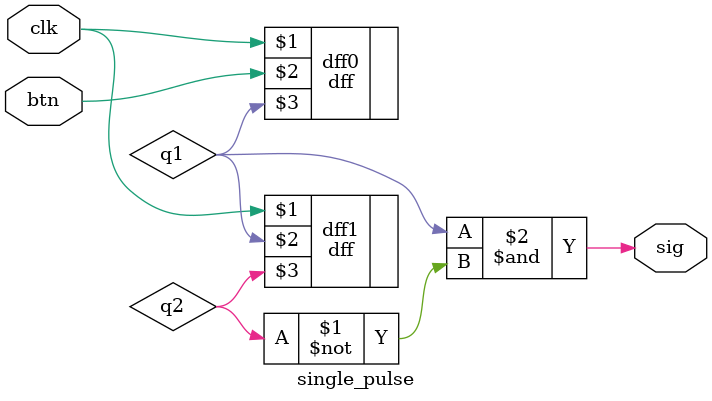
<source format=v>
`timescale 1ns / 1ps

module single_pulse(
    input btn,
    input clk,
    output sig
    );
    
    wire q1;
    wire q2;
    
    dff dff0 (clk, btn, q1);
    dff dff1 (clk, q1, q2);
    
    assign sig = q1 & ~q2;
    
endmodule

</source>
